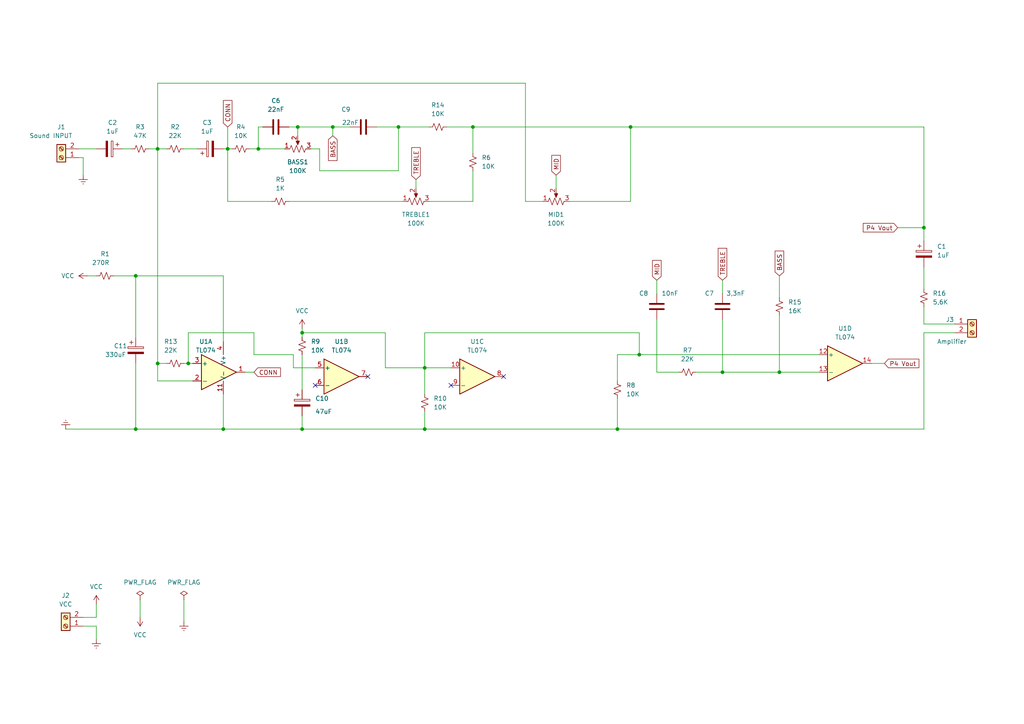
<source format=kicad_sch>
(kicad_sch (version 20230121) (generator eeschema)
  (paper "A4")
  (title_block (title "Active Tone Control Module") (date "07.04.2023") (rev "1.0") (company "by Muxtar_Safarov"))
  (lib_symbols
    (symbol "Amplifier_Operational:TL074" (pin_names (offset 0.127))
      (property "Reference" "U" (at 0 5.08 0))
      (property "Value" "TL074" (at 0 -5.08 0))
      (symbol "TL074_1_1"
        (polyline (pts (xy -5.08 5.08) (xy 5.08 0) (xy -5.08 -5.08) (xy -5.08 5.08)) (stroke (width 0.254)) (fill (type background)))
        (pin output line (at 7.62 0 180) (length 2.54) (name "~") (number "1"))
        (pin input line (at -7.62 -2.54 0) (length 2.54) (name "-") (number "2"))
        (pin input line (at -7.62 2.54 0) (length 2.54) (name "+") (number "3"))
      )
      (symbol "TL074_2_1"
        (polyline (pts (xy -5.08 5.08) (xy 5.08 0) (xy -5.08 -5.08) (xy -5.08 5.08)) (stroke (width 0.254)) (fill (type background)))
        (pin input line (at -7.62 2.54 0) (length 2.54) (name "+") (number "5"))
        (pin input line (at -7.62 -2.54 0) (length 2.54) (name "-") (number "6"))
        (pin output line (at 7.62 0 180) (length 2.54) (name "~") (number "7"))
      )
      (symbol "TL074_3_1"
        (polyline (pts (xy -5.08 5.08) (xy 5.08 0) (xy -5.08 -5.08) (xy -5.08 5.08)) (stroke (width 0.254)) (fill (type background)))
        (pin input line (at -7.62 2.54 0) (length 2.54) (name "+") (number "10"))
        (pin output line (at 7.62 0 180) (length 2.54) (name "~") (number "8"))
        (pin input line (at -7.62 -2.54 0) (length 2.54) (name "-") (number "9"))
      )
      (symbol "TL074_4_1"
        (polyline (pts (xy -5.08 5.08) (xy 5.08 0) (xy -5.08 -5.08) (xy -5.08 5.08)) (stroke (width 0.254)) (fill (type background)))
        (pin input line (at -7.62 2.54 0) (length 2.54) (name "+") (number "12"))
        (pin input line (at -7.62 -2.54 0) (length 2.54) (name "-") (number "13"))
        (pin output line (at 7.62 0 180) (length 2.54) (name "~") (number "14"))
      )
      (symbol "TL074_5_1"
        (pin power_in line (at -2.54 -7.62 90) (length 3.81) (name "V-") (number "11"))
        (pin power_in line (at -2.54 7.62 270) (length 3.81) (name "V+") (number "4"))
      )
    )
    (symbol "Connector:Screw_Terminal_01x02" (pin_names (offset 1.016) hide)
      (property "Reference" "J" (at 0 2.54 0))
      (property "Value" "Screw_Terminal_01x02" (at 0 -5.08 0))
      (symbol "Screw_Terminal_01x02_1_1"
        (rectangle (start -1.27 1.27) (end 1.27 -3.81) (stroke (width 0.254)) (fill (type background)))
        (circle (center 0 -2.54) (radius 0.635) (stroke (width 0.1524)))
        (polyline (pts (xy -0.5334 -2.2098) (xy 0.3302 -3.048)) (stroke (width 0.1524)))
        (polyline (pts (xy -0.5334 0.3302) (xy 0.3302 -0.508)) (stroke (width 0.1524)))
        (polyline (pts (xy -0.3556 -2.032) (xy 0.508 -2.8702)) (stroke (width 0.1524)))
        (polyline (pts (xy -0.3556 0.508) (xy 0.508 -0.3302)) (stroke (width 0.1524)))
        (circle (center 0 0) (radius 0.635) (stroke (width 0.1524)))
        (pin passive line (at -5.08 0 0) (length 3.81) (name "Pin_1") (number "1"))
        (pin passive line (at -5.08 -2.54 0) (length 3.81) (name "Pin_2") (number "2"))
      )
    )
    (symbol "Device:C" (pin_numbers hide) (pin_names (offset 0.254))
      (property "Reference" "C" (at 0.635 2.54 0))
      (property "Value" "C" (at 0.635 -2.54 0))
      (symbol "C_0_1"
        (polyline (pts (xy -2.032 -0.762) (xy 2.032 -0.762)) (stroke (width 0.508)))
        (polyline (pts (xy -2.032 0.762) (xy 2.032 0.762)) (stroke (width 0.508)))
      )
      (symbol "C_1_1"
        (pin passive line (at 0 3.81 270) (length 2.794) (name "~") (number "1"))
        (pin passive line (at 0 -3.81 90) (length 2.794) (name "~") (number "2"))
      )
    )
    (symbol "Device:C_Polarized" (pin_numbers hide) (pin_names (offset 0.254))
      (property "Reference" "C" (at 0.635 2.54 0))
      (property "Value" "C_Polarized" (at 0.635 -2.54 0))
      (symbol "C_Polarized_0_1"
        (rectangle (start -2.286 0.508) (end 2.286 1.016))
        (polyline (pts (xy -1.778 2.286) (xy -0.762 2.286)))
        (polyline (pts (xy -1.27 2.794) (xy -1.27 1.778)))
        (rectangle (start 2.286 -0.508) (end -2.286 -1.016) (fill (type outline)))
      )
      (symbol "C_Polarized_1_1"
        (pin passive line (at 0 3.81 270) (length 2.794) (name "~") (number "1"))
        (pin passive line (at 0 -3.81 90) (length 2.794) (name "~") (number "2"))
      )
    )
    (symbol "Device:R_Potentiometer_US" (pin_names (offset 1.016) hide)
      (property "Reference" "RV" (at -4.445 0 90))
      (property "Value" "R_Potentiometer_US" (at -2.54 0 90))
      (symbol "R_Potentiometer_US_0_1"
        (polyline (pts (xy 0 -2.286) (xy 0 -2.54)))
        (polyline (pts (xy 0 2.54) (xy 0 2.286)))
        (polyline (pts (xy 2.54 0) (xy 1.524 0)))
        (polyline (pts (xy 1.143 0) (xy 2.286 0.508) (xy 2.286 -0.508) (xy 1.143 0)) (fill (type outline)))
        (polyline (pts (xy 0 -0.762) (xy 1.016 -1.143) (xy 0 -1.524) (xy -1.016 -1.905) (xy 0 -2.286)))
        (polyline (pts (xy 0 0.762) (xy 1.016 0.381) (xy 0 0) (xy -1.016 -0.381) (xy 0 -0.762)))
        (polyline (pts (xy 0 2.286) (xy 1.016 1.905) (xy 0 1.524) (xy -1.016 1.143) (xy 0 0.762)))
      )
      (symbol "R_Potentiometer_US_1_1"
        (pin passive line (at 0 3.81 270) (length 1.27) (name "1") (number "1"))
        (pin passive line (at 3.81 0 180) (length 1.27) (name "2") (number "2"))
        (pin passive line (at 0 -3.81 90) (length 1.27) (name "3") (number "3"))
      )
    )
    (symbol "Device:R_Small_US" (pin_numbers hide) (pin_names (offset 0.254) hide)
      (property "Reference" "R" (at 0.762 0.508 0))
      (property "Value" "R_Small_US" (at 0.762 -1.016 0))
      (symbol "R_Small_US_1_1"
        (polyline (pts (xy 0 0) (xy 1.016 -0.381) (xy 0 -0.762) (xy -1.016 -1.143) (xy 0 -1.524)))
        (polyline (pts (xy 0 1.524) (xy 1.016 1.143) (xy 0 0.762) (xy -1.016 0.381) (xy 0 0)))
        (pin passive line (at 0 2.54 270) (length 1.016) (name "~") (number "1"))
        (pin passive line (at 0 -2.54 90) (length 1.016) (name "~") (number "2"))
      )
    )
    (symbol "power:Earth" (power) (pin_names (offset 0))
      (symbol "Earth_0_1"
        (polyline (pts (xy -0.635 -1.905) (xy 0.635 -1.905)))
        (polyline (pts (xy -0.127 -2.54) (xy 0.127 -2.54)))
        (polyline (pts (xy 0 -1.27) (xy 0 0)))
        (polyline (pts (xy 1.27 -1.27) (xy -1.27 -1.27)))
      )
      (symbol "Earth_1_1"
        (pin power_in line (at 0 0 270) (length 0) hide (name "Earth") (number "1"))
      )
    )
    (symbol "power:PWR_FLAG" (power) (pin_numbers hide) (pin_names (offset 0) hide)
      (property "Value" "PWR_FLAG" (at 0 3.81 0))
      (symbol "PWR_FLAG_0_0"
        (pin power_out line (at 0 0 90) (length 0) (name "pwr") (number "1"))
      )
      (symbol "PWR_FLAG_0_1"
        (polyline (pts (xy 0 0) (xy 0 1.27) (xy -1.016 1.905) (xy 0 2.54) (xy 1.016 1.905) (xy 0 1.27)))
      )
    )
    (symbol "power:VCC" (power) (pin_names (offset 0))
      (property "Value" "VCC" (at 0 3.81 0))
      (symbol "VCC_0_1"
        (polyline (pts (xy -0.762 1.27) (xy 0 2.54)))
        (polyline (pts (xy 0 0) (xy 0 2.54)))
        (polyline (pts (xy 0 2.54) (xy 0.762 1.27)))
      )
      (symbol "VCC_1_1"
        (pin power_in line (at 0 0 90) (length 0) hide (name "VCC") (number "1"))
      )
    )
  )
  (junction (at 96.52 36.83))
  (junction (at 209.55 107.95))
  (junction (at 66.04 43.18))
  (junction (at 45.72 43.18))
  (junction (at 39.37 124.46))
  (junction (at 123.19 124.46))
  (junction (at 64.77 124.46))
  (junction (at 185.42 102.87))
  (junction (at 267.97 66.04))
  (junction (at 87.63 96.52))
  (junction (at 54.61 105.41))
  (junction (at 179.07 124.46))
  (junction (at 137.16 36.83))
  (junction (at 182.88 36.83))
  (junction (at 226.06 107.95))
  (junction (at 74.93 43.18))
  (junction (at 39.37 80.01))
  (junction (at 87.63 124.46))
  (junction (at 45.72 105.41))
  (junction (at 115.57 36.83))
  (junction (at 86.36 36.83))
  (junction (at 123.19 106.68))
  (no_connect (at 91.44 111.76))
  (no_connect (at 146.05 109.22))
  (no_connect (at 130.81 111.76))
  (no_connect (at 106.68 109.22))
  (wire (pts (xy 152.4 58.42) (xy 152.4 24.13)))
  (wire (pts (xy 24.13 45.72) (xy 24.13 50.8)))
  (wire (pts (xy 66.04 58.42) (xy 66.04 43.18)))
  (wire (pts (xy 226.06 107.95) (xy 237.49 107.95)))
  (wire (pts (xy 190.5 107.95) (xy 190.5 92.71)))
  (wire (pts (xy 115.57 49.53) (xy 115.57 36.83)))
  (wire (pts (xy 120.65 52.07) (xy 120.65 54.61)))
  (wire (pts (xy 226.06 80.01) (xy 226.06 86.36)))
  (wire (pts (xy 86.36 36.83) (xy 86.36 39.37)))
  (wire (pts (xy 123.19 96.52) (xy 185.42 96.52)))
  (wire (pts (xy 185.42 102.87) (xy 179.07 102.87)))
  (wire (pts (xy 71.12 107.95) (xy 73.66 107.95)))
  (wire (pts (xy 96.52 36.83) (xy 101.6 36.83)))
  (wire (pts (xy 64.77 80.01) (xy 39.37 80.01)))
  (wire (pts (xy 267.97 77.47) (xy 267.97 83.82)))
  (wire (pts (xy 55.88 110.49) (xy 45.72 110.49)))
  (wire (pts (xy 87.63 102.87) (xy 87.63 113.03)))
  (wire (pts (xy 209.55 92.71) (xy 209.55 107.95)))
  (wire (pts (xy 83.82 58.42) (xy 116.84 58.42)))
  (wire (pts (xy 66.04 43.18) (xy 67.31 43.18)))
  (wire (pts (xy 53.34 173.99) (xy 53.34 180.34)))
  (wire (pts (xy 64.77 43.18) (xy 66.04 43.18)))
  (wire (pts (xy 190.5 81.28) (xy 190.5 85.09)))
  (wire (pts (xy 87.63 95.25) (xy 87.63 96.52)))
  (wire (pts (xy 25.4 80.01) (xy 27.94 80.01)))
  (wire (pts (xy 72.39 43.18) (xy 74.93 43.18)))
  (wire (pts (xy 74.93 43.18) (xy 74.93 36.83)))
  (wire (pts (xy 111.76 106.68) (xy 111.76 96.52)))
  (wire (pts (xy 86.36 36.83) (xy 96.52 36.83)))
  (wire (pts (xy 24.13 181.61) (xy 27.94 181.61)))
  (wire (pts (xy 54.61 96.52) (xy 54.61 105.41)))
  (wire (pts (xy 27.94 179.07) (xy 24.13 179.07)))
  (wire (pts (xy 78.74 58.42) (xy 66.04 58.42)))
  (wire (pts (xy 27.94 175.26) (xy 27.94 179.07)))
  (wire (pts (xy 165.1 58.42) (xy 182.88 58.42)))
  (wire (pts (xy 92.71 49.53) (xy 115.57 49.53)))
  (wire (pts (xy 260.35 66.04) (xy 267.97 66.04)))
  (wire (pts (xy 137.16 36.83) (xy 182.88 36.83)))
  (wire (pts (xy 267.97 96.52) (xy 267.97 124.46)))
  (wire (pts (xy 74.93 36.83) (xy 76.2 36.83)))
  (wire (pts (xy 252.73 105.41) (xy 256.54 105.41)))
  (wire (pts (xy 201.93 107.95) (xy 209.55 107.95)))
  (wire (pts (xy 22.86 45.72) (xy 24.13 45.72)))
  (wire (pts (xy 111.76 96.52) (xy 87.63 96.52)))
  (wire (pts (xy 45.72 24.13) (xy 45.72 43.18)))
  (wire (pts (xy 123.19 106.68) (xy 111.76 106.68)))
  (wire (pts (xy 196.85 107.95) (xy 190.5 107.95)))
  (wire (pts (xy 87.63 124.46) (xy 64.77 124.46)))
  (wire (pts (xy 35.56 43.18) (xy 38.1 43.18)))
  (wire (pts (xy 267.97 93.98) (xy 276.86 93.98)))
  (wire (pts (xy 53.34 105.41) (xy 54.61 105.41)))
  (wire (pts (xy 53.34 43.18) (xy 57.15 43.18)))
  (wire (pts (xy 87.63 120.65) (xy 87.63 124.46)))
  (wire (pts (xy 130.81 106.68) (xy 123.19 106.68)))
  (wire (pts (xy 39.37 105.41) (xy 39.37 124.46)))
  (wire (pts (xy 73.66 96.52) (xy 54.61 96.52)))
  (wire (pts (xy 96.52 36.83) (xy 96.52 39.37)))
  (wire (pts (xy 267.97 36.83) (xy 267.97 66.04)))
  (wire (pts (xy 226.06 91.44) (xy 226.06 107.95)))
  (wire (pts (xy 123.19 106.68) (xy 123.19 114.3)))
  (wire (pts (xy 124.46 58.42) (xy 137.16 58.42)))
  (wire (pts (xy 66.04 36.83) (xy 66.04 43.18)))
  (wire (pts (xy 19.05 124.46) (xy 39.37 124.46)))
  (wire (pts (xy 91.44 106.68) (xy 85.09 106.68)))
  (wire (pts (xy 90.17 43.18) (xy 92.71 43.18)))
  (wire (pts (xy 73.66 102.87) (xy 73.66 96.52)))
  (wire (pts (xy 54.61 105.41) (xy 55.88 105.41)))
  (wire (pts (xy 45.72 105.41) (xy 48.26 105.41)))
  (wire (pts (xy 137.16 36.83) (xy 137.16 44.45)))
  (wire (pts (xy 85.09 102.87) (xy 73.66 102.87)))
  (wire (pts (xy 87.63 124.46) (xy 123.19 124.46)))
  (wire (pts (xy 87.63 96.52) (xy 87.63 97.79)))
  (wire (pts (xy 22.86 43.18) (xy 27.94 43.18)))
  (wire (pts (xy 185.42 96.52) (xy 185.42 102.87)))
  (wire (pts (xy 123.19 119.38) (xy 123.19 124.46)))
  (wire (pts (xy 179.07 102.87) (xy 179.07 110.49)))
  (wire (pts (xy 137.16 49.53) (xy 137.16 58.42)))
  (wire (pts (xy 27.94 181.61) (xy 27.94 185.42)))
  (wire (pts (xy 74.93 43.18) (xy 82.55 43.18)))
  (wire (pts (xy 276.86 96.52) (xy 267.97 96.52)))
  (wire (pts (xy 123.19 96.52) (xy 123.19 106.68)))
  (wire (pts (xy 209.55 107.95) (xy 226.06 107.95)))
  (wire (pts (xy 129.54 36.83) (xy 137.16 36.83)))
  (wire (pts (xy 85.09 106.68) (xy 85.09 102.87)))
  (wire (pts (xy 237.49 102.87) (xy 185.42 102.87)))
  (wire (pts (xy 182.88 58.42) (xy 182.88 36.83)))
  (wire (pts (xy 92.71 43.18) (xy 92.71 49.53)))
  (wire (pts (xy 39.37 80.01) (xy 33.02 80.01)))
  (wire (pts (xy 83.82 36.83) (xy 86.36 36.83)))
  (wire (pts (xy 267.97 66.04) (xy 267.97 69.85)))
  (wire (pts (xy 115.57 36.83) (xy 124.46 36.83)))
  (wire (pts (xy 64.77 99.06) (xy 64.77 80.01)))
  (wire (pts (xy 45.72 43.18) (xy 48.26 43.18)))
  (wire (pts (xy 161.29 50.8) (xy 161.29 54.61)))
  (wire (pts (xy 267.97 124.46) (xy 179.07 124.46)))
  (wire (pts (xy 45.72 110.49) (xy 45.72 105.41)))
  (wire (pts (xy 123.19 124.46) (xy 179.07 124.46)))
  (wire (pts (xy 43.18 43.18) (xy 45.72 43.18)))
  (wire (pts (xy 157.48 58.42) (xy 152.4 58.42)))
  (wire (pts (xy 39.37 124.46) (xy 64.77 124.46)))
  (wire (pts (xy 182.88 36.83) (xy 267.97 36.83)))
  (wire (pts (xy 39.37 97.79) (xy 39.37 80.01)))
  (wire (pts (xy 40.64 173.99) (xy 40.64 179.07)))
  (wire (pts (xy 209.55 81.28) (xy 209.55 85.09)))
  (wire (pts (xy 267.97 88.9) (xy 267.97 93.98)))
  (wire (pts (xy 152.4 24.13) (xy 45.72 24.13)))
  (wire (pts (xy 64.77 124.46) (xy 64.77 114.3)))
  (wire (pts (xy 109.22 36.83) (xy 115.57 36.83)))
  (wire (pts (xy 179.07 115.57) (xy 179.07 124.46)))
  (wire (pts (xy 45.72 105.41) (xy 45.72 43.18)))
  (global_label "MID" (shape input) (at 190.5 81.28 90) (property "Intersheetrefs" "${INTERSHEET_REFS}" (effects hide)))
  (global_label "BASS" (shape input) (at 96.52 39.37 270) (property "Intersheetrefs" "${INTERSHEET_REFS}" (effects hide)))
  (global_label "BASS" (shape input) (at 226.06 80.01 90) (property "Intersheetrefs" "${INTERSHEET_REFS}" (effects hide)))
  (global_label "P4 Vout" (shape input) (at 256.54 105.41 0) (property "Intersheetrefs" "${INTERSHEET_REFS}" (effects hide)))
  (global_label "P4 Vout" (shape input) (at 260.35 66.04 180) (property "Intersheetrefs" "${INTERSHEET_REFS}" (effects hide)))
  (global_label "TREBLE" (shape input) (at 209.55 81.28 90) (property "Intersheetrefs" "${INTERSHEET_REFS}" (effects hide)))
  (global_label "CONN" (shape input) (at 73.66 107.95 0) (property "Intersheetrefs" "${INTERSHEET_REFS}" (effects hide)))
  (global_label "TREBLE" (shape input) (at 120.65 52.07 90) (property "Intersheetrefs" "${INTERSHEET_REFS}" (effects hide)))
  (global_label "CONN" (shape input) (at 66.04 36.83 90) (property "Intersheetrefs" "${INTERSHEET_REFS}" (effects hide)))
  (global_label "MID" (shape input) (at 161.29 50.8 90) (property "Intersheetrefs" "${INTERSHEET_REFS}" (effects hide)))
  (symbol (lib_id "Connector:Screw_Terminal_01x02") (at 281.94 93.98 0) (unit 1)
    (property "Reference" "J3" (at 274.32 92.71 0) (effects (justify left)))
    (property "Value" "Amplifier " (at 271.78 99.06 0) (effects (justify left)))
    (property "Footprint" "TerminalBlock:TerminalBlock_bornier-2_P5.08mm" (effects hide))
  )
  (symbol (lib_id "Device:R_Small_US") (at 199.39 107.95 90) (unit 1)
    (property "Reference" "R7" (at 199.39 101.6 90))
    (property "Value" "22K" (at 199.39 104.14 90))
    (property "Footprint" "Resistor_THT:R_Axial_DIN0414_L11.9mm_D4.5mm_P15.24mm_Horizontal" (effects hide))
  )
  (symbol (lib_id "Device:C_Polarized") (at 31.75 43.18 270) (unit 1)
    (property "Reference" "C2" (at 32.639 35.56 90))
    (property "Value" "1uF" (at 32.639 38.1 90))
    (property "Footprint" "Capacitor_THT:CP_Radial_D10.0mm_P7.50mm" (effects hide))
  )
  (symbol (lib_id "Device:C_Polarized") (at 60.96 43.18 90) (unit 1)
    (property "Reference" "C3" (at 60.071 35.56 90))
    (property "Value" "1uF" (at 60.071 38.1 90))
    (property "Footprint" "Capacitor_THT:CP_Radial_D10.0mm_P7.50mm" (effects hide))
  )
  (symbol (lib_id "power:Earth") (at 24.13 50.8 0) (unit 1)
    (property "Reference" "#PWR07" (effects hide))
    (property "Value" "Earth" (effects hide))
  )
  (symbol (lib_id "Device:R_Small_US") (at 226.06 88.9 180) (unit 1)
    (property "Reference" "R15" (at 228.6 87.63 0) (effects (justify right)))
    (property "Value" "16K" (at 228.6 90.17 0) (effects (justify right)))
    (property "Footprint" "Resistor_THT:R_Axial_DIN0414_L11.9mm_D4.5mm_P15.24mm_Horizontal" (effects hide))
  )
  (symbol (lib_id "Device:R_Small_US") (at 267.97 86.36 180) (unit 1)
    (property "Reference" "R16" (at 270.51 85.09 0) (effects (justify right)))
    (property "Value" "5,6K" (at 270.51 87.63 0) (effects (justify right)))
    (property "Footprint" "Resistor_THT:R_Axial_DIN0414_L11.9mm_D4.5mm_P15.24mm_Horizontal" (effects hide))
  )
  (symbol (lib_id "Device:R_Small_US") (at 69.85 43.18 90) (unit 1)
    (property "Reference" "R4" (at 69.85 36.83 90))
    (property "Value" "10K" (at 69.85 39.37 90))
    (property "Footprint" "Resistor_THT:R_Axial_DIN0414_L11.9mm_D4.5mm_P15.24mm_Horizontal" (effects hide))
  )
  (symbol (lib_id "Device:R_Potentiometer_US") (at 86.36 43.18 90) (unit 1)
    (property "Reference" "BASS1" (at 86.36 46.99 90))
    (property "Value" "100K" (at 86.36 49.53 90))
    (property "Footprint" "Potentiometer_THT:Potentiometer_Vishay_148-149_Single_Horizontal" (effects hide))
  )
  (symbol (lib_id "Device:R_Small_US") (at 30.48 80.01 90) (unit 1)
    (property "Reference" "R1" (at 30.48 73.66 90))
    (property "Value" "270R" (at 29.21 76.2 90))
    (property "Footprint" "Resistor_THT:R_Axial_DIN0414_L11.9mm_D4.5mm_P15.24mm_Horizontal" (effects hide))
  )
  (symbol (lib_id "power:VCC") (at 40.64 179.07 180) (unit 1)
    (property "Reference" "#PWR04" (effects hide))
    (property "Value" "VCC" (at 40.64 184.15 0))
  )
  (symbol (lib_id "Device:R_Small_US") (at 137.16 46.99 180) (unit 1)
    (property "Reference" "R6" (at 139.7 45.72 0) (effects (justify right)))
    (property "Value" "10K" (at 139.7 48.26 0) (effects (justify right)))
    (property "Footprint" "Resistor_THT:R_Axial_DIN0414_L11.9mm_D4.5mm_P15.24mm_Horizontal" (effects hide))
  )
  (symbol (lib_id "Device:C_Polarized") (at 39.37 101.6 0) (unit 1)
    (property "Reference" "C11" (at 33.02 100.33 0) (effects (justify left)))
    (property "Value" "330uF" (at 30.48 102.87 0) (effects (justify left)))
    (property "Footprint" "Capacitor_THT:CP_Radial_D10.0mm_P7.50mm" (effects hide))
  )
  (symbol (lib_id "Device:R_Small_US") (at 50.8 105.41 90) (unit 1)
    (property "Reference" "R13" (at 49.53 99.06 90))
    (property "Value" "22K" (at 49.53 101.6 90))
    (property "Footprint" "Resistor_THT:R_Axial_DIN0414_L11.9mm_D4.5mm_P15.24mm_Horizontal" (effects hide))
  )
  (symbol (lib_id "Amplifier_Operational:TL074") (at 63.5 107.95 0) (unit 1)
    (property "Reference" "U1" (at 59.69 99.06 0))
    (property "Value" "TL074" (at 59.69 101.6 0))
    (property "Footprint" "Package_DIP:DIP-14_W7.62mm" (effects hide))
    (property "Datasheet" "http://www.ti.com/lit/ds/symlink/tl071.pdf" (effects hide))
  )
  (symbol (lib_id "Device:C_Polarized") (at 87.63 116.84 0) (unit 1)
    (property "Reference" "C10" (at 91.44 115.57 0) (effects (justify left)))
    (property "Value" "47uF" (at 91.44 119.38 0) (effects (justify left)))
    (property "Footprint" "Capacitor_THT:CP_Radial_D10.0mm_P7.50mm" (effects hide))
  )
  (symbol (lib_id "Device:R_Small_US") (at 127 36.83 90) (unit 1)
    (property "Reference" "R14" (at 127 30.48 90))
    (property "Value" "10K" (at 127 33.02 90))
    (property "Footprint" "Resistor_THT:R_Axial_DIN0414_L11.9mm_D4.5mm_P15.24mm_Horizontal" (effects hide))
  )
  (symbol (lib_id "power:VCC") (at 25.4 80.01 90) (unit 1)
    (property "Reference" "#PWR05" (effects hide))
    (property "Value" "VCC" (at 21.59 80.01 90) (effects (justify left)))
  )
  (symbol (lib_id "Device:C") (at 80.01 36.83 90) (unit 1)
    (property "Reference" "C6" (at 80.01 29.21 90))
    (property "Value" "22nF" (at 80.01 31.75 90))
    (property "Footprint" "Capacitor_THT:C_Disc_D7.5mm_W5.0mm_P7.50mm" (effects hide))
  )
  (symbol (lib_id "power:Earth") (at 27.94 185.42 0) (unit 1)
    (property "Reference" "#PWR02" (effects hide))
    (property "Value" "Earth" (effects hide))
  )
  (symbol (lib_id "Amplifier_Operational:TL074") (at 138.43 109.22 0) (unit 3)
    (property "Reference" "U1" (at 138.43 99.06 0))
    (property "Value" "TL074" (at 138.43 101.6 0))
    (property "Footprint" "Package_DIP:DIP-14_W7.62mm" (effects hide))
    (property "Datasheet" "http://www.ti.com/lit/ds/symlink/tl071.pdf" (effects hide))
  )
  (symbol (lib_id "Device:R_Small_US") (at 123.19 116.84 180) (unit 1)
    (property "Reference" "R10" (at 125.73 115.57 0) (effects (justify right)))
    (property "Value" "10K" (at 125.73 118.11 0) (effects (justify right)))
    (property "Footprint" "Resistor_THT:R_Axial_DIN0414_L11.9mm_D4.5mm_P15.24mm_Horizontal" (effects hide))
  )
  (symbol (lib_id "Device:C") (at 190.5 88.9 180) (unit 1)
    (property "Reference" "C8" (at 186.69 85.09 0))
    (property "Value" "10nF" (at 194.31 85.09 0))
    (property "Footprint" "Capacitor_THT:C_Disc_D7.5mm_W5.0mm_P7.50mm" (effects hide))
  )
  (symbol (lib_id "power:VCC") (at 87.63 95.25 0) (unit 1)
    (property "Reference" "#PWR08" (effects hide))
    (property "Value" "VCC" (at 87.63 90.17 0))
  )
  (symbol (lib_id "power:Earth") (at 19.05 124.46 180) (unit 1)
    (property "Reference" "#PWR06" (effects hide))
    (property "Value" "Earth" (effects hide))
  )
  (symbol (lib_id "Device:R_Small_US") (at 87.63 100.33 180) (unit 1)
    (property "Reference" "R9" (at 90.17 99.06 0) (effects (justify right)))
    (property "Value" "10K" (at 90.17 101.6 0) (effects (justify right)))
    (property "Footprint" "Resistor_THT:R_Axial_DIN0414_L11.9mm_D4.5mm_P15.24mm_Horizontal" (effects hide))
  )
  (symbol (lib_id "Connector:Screw_Terminal_01x02") (at 17.78 45.72 180) (unit 1)
    (property "Reference" "J1" (at 17.78 36.83 0))
    (property "Value" "Sound INPUT " (at 15.24 39.37 0))
    (property "Footprint" "TerminalBlock:TerminalBlock_bornier-2_P5.08mm" (effects hide))
  )
  (symbol (lib_id "Device:R_Small_US") (at 179.07 113.03 180) (unit 1)
    (property "Reference" "R8" (at 181.61 111.76 0) (effects (justify right)))
    (property "Value" "10K" (at 181.61 114.3 0) (effects (justify right)))
    (property "Footprint" "Resistor_THT:R_Axial_DIN0414_L11.9mm_D4.5mm_P15.24mm_Horizontal" (effects hide))
  )
  (symbol (lib_id "Amplifier_Operational:TL074") (at 99.06 109.22 0) (unit 2)
    (property "Reference" "U1" (at 99.06 99.06 0))
    (property "Value" "TL074" (at 99.06 101.6 0))
    (property "Footprint" "Package_DIP:DIP-14_W7.62mm" (effects hide))
    (property "Datasheet" "http://www.ti.com/lit/ds/symlink/tl071.pdf" (effects hide))
  )
  (symbol (lib_id "Device:R_Potentiometer_US") (at 161.29 58.42 90) (unit 1)
    (property "Reference" "MID1" (at 161.29 62.23 90))
    (property "Value" "100K" (at 161.29 64.77 90))
    (property "Footprint" "Potentiometer_THT:Potentiometer_Vishay_148-149_Single_Horizontal" (effects hide))
  )
  (symbol (lib_id "Device:R_Small_US") (at 50.8 43.18 90) (unit 1)
    (property "Reference" "R2" (at 50.8 36.83 90))
    (property "Value" "22K" (at 50.8 39.37 90))
    (property "Footprint" "Resistor_THT:R_Axial_DIN0414_L11.9mm_D4.5mm_P15.24mm_Horizontal" (effects hide))
  )
  (symbol (lib_id "Device:R_Small_US") (at 81.28 58.42 90) (unit 1)
    (property "Reference" "R5" (at 81.28 52.07 90))
    (property "Value" "1K" (at 81.28 54.61 90))
    (property "Footprint" "Resistor_THT:R_Axial_DIN0414_L11.9mm_D4.5mm_P15.24mm_Horizontal" (effects hide))
  )
  (symbol (lib_id "power:Earth") (at 53.34 180.34 0) (unit 1)
    (property "Reference" "#PWR03" (effects hide))
    (property "Value" "Earth" (effects hide))
  )
  (symbol (lib_id "Device:R_Small_US") (at 40.64 43.18 90) (unit 1)
    (property "Reference" "R3" (at 40.64 36.83 90))
    (property "Value" "47K" (at 40.64 39.37 90))
    (property "Footprint" "Resistor_THT:R_Axial_DIN0414_L11.9mm_D4.5mm_P15.24mm_Horizontal" (effects hide))
  )
  (symbol (lib_id "power:VCC") (at 27.94 175.26 0) (unit 1)
    (property "Reference" "#PWR01" (effects hide))
    (property "Value" "VCC" (at 27.94 170.18 0))
  )
  (symbol (lib_id "power:PWR_FLAG") (at 53.34 173.99 0) (unit 1)
    (property "Reference" "#FLG02" (effects hide))
    (property "Value" "PWR_FLAG" (at 53.34 168.91 0))
  )
  (symbol (lib_id "Amplifier_Operational:TL074") (at 67.31 106.68 0) (unit 5)
    (property "Reference" "U1" (effects hide))
    (property "Value" "TL074" (effects hide))
    (property "Footprint" "Package_DIP:DIP-14_W7.62mm" (effects hide))
    (property "Datasheet" "http://www.ti.com/lit/ds/symlink/tl071.pdf" (effects hide))
  )
  (symbol (lib_id "Device:C") (at 209.55 88.9 180) (unit 1)
    (property "Reference" "C7" (at 205.74 85.09 0))
    (property "Value" "3,3nF" (at 213.36 85.09 0))
    (property "Footprint" "Capacitor_THT:C_Disc_D7.5mm_W5.0mm_P7.50mm" (effects hide))
  )
  (symbol (lib_id "Device:C") (at 105.41 36.83 90) (unit 1)
    (property "Reference" "C9" (at 100.33 31.75 90))
    (property "Value" "22nF" (at 101.6 35.56 90))
    (property "Footprint" "Capacitor_THT:C_Disc_D7.5mm_W5.0mm_P7.50mm" (effects hide))
  )
  (symbol (lib_id "Device:R_Potentiometer_US") (at 120.65 58.42 90) (unit 1)
    (property "Reference" "TREBLE1" (at 120.65 62.23 90))
    (property "Value" "100K" (at 120.65 64.77 90))
    (property "Footprint" "Potentiometer_THT:Potentiometer_Vishay_148-149_Single_Horizontal" (effects hide))
  )
  (symbol (lib_id "power:PWR_FLAG") (at 40.64 173.99 0) (unit 1)
    (property "Reference" "#FLG01" (effects hide))
    (property "Value" "PWR_FLAG" (at 40.64 168.91 0))
  )
  (symbol (lib_id "Amplifier_Operational:TL074") (at 245.11 105.41 0) (unit 4)
    (property "Reference" "U1" (at 245.11 95.25 0))
    (property "Value" "TL074" (at 245.11 97.79 0))
    (property "Footprint" "Package_DIP:DIP-14_W7.62mm" (effects hide))
    (property "Datasheet" "http://www.ti.com/lit/ds/symlink/tl071.pdf" (effects hide))
  )
  (symbol (lib_id "Connector:Screw_Terminal_01x02") (at 19.05 181.61 180) (unit 1)
    (property "Reference" "J2" (at 19.05 172.72 0))
    (property "Value" "VCC" (at 19.05 175.26 0))
    (property "Footprint" "TerminalBlock:TerminalBlock_bornier-2_P5.08mm" (effects hide))
  )
  (symbol (lib_id "Device:C_Polarized") (at 267.97 73.66 0) (unit 1)
    (property "Reference" "C1" (at 271.78 71.501 0) (effects (justify left)))
    (property "Value" "1uF" (at 271.78 74.041 0) (effects (justify left)))
    (property "Footprint" "Capacitor_THT:CP_Radial_D10.0mm_P7.50mm" (effects hide))
  )
)
</source>
